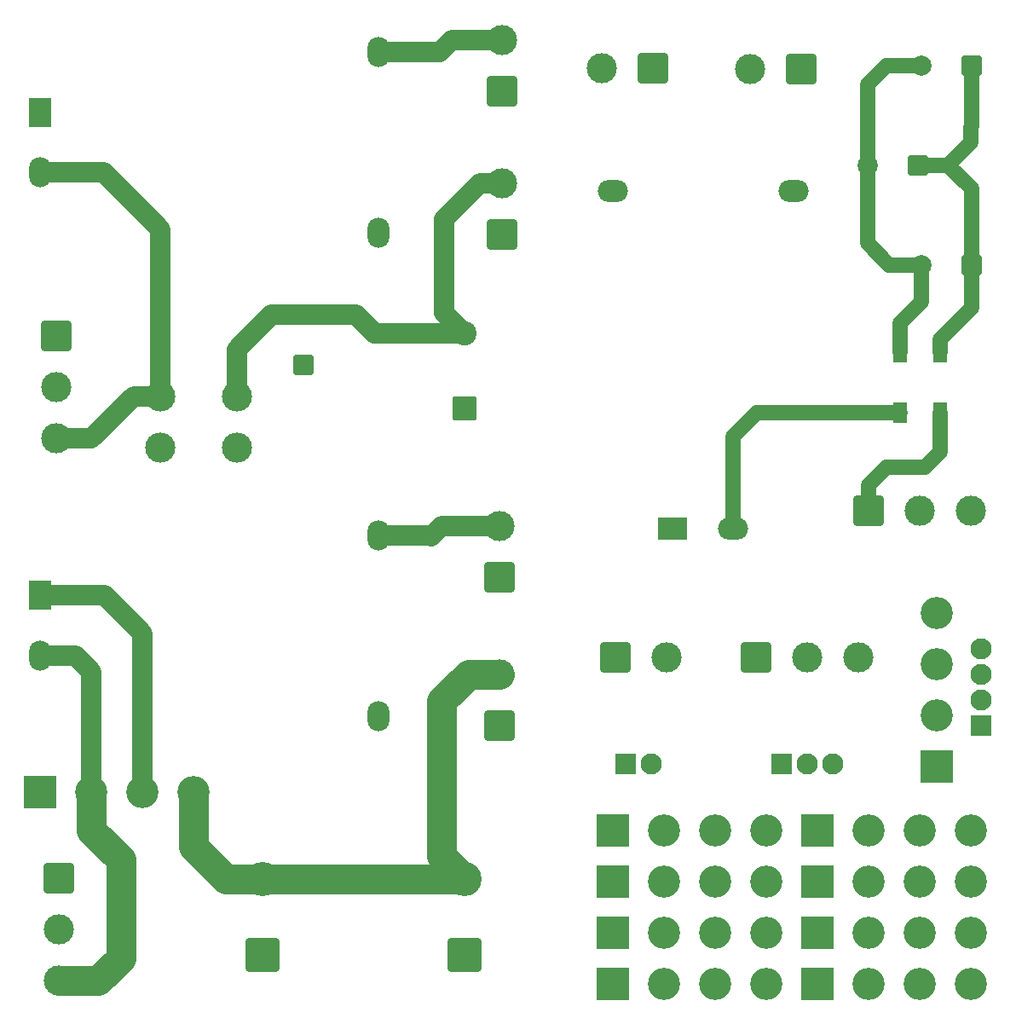
<source format=gtl>
%TF.GenerationSoftware,KiCad,Pcbnew,9.0.2*%
%TF.CreationDate,2025-06-27T09:26:43+02:00*%
%TF.ProjectId,led_driver_220v_p1,6c65645f-6472-4697-9665-725f32323076,rev?*%
%TF.SameCoordinates,Original*%
%TF.FileFunction,Copper,L1,Top*%
%TF.FilePolarity,Positive*%
%FSLAX46Y46*%
G04 Gerber Fmt 4.6, Leading zero omitted, Abs format (unit mm)*
G04 Created by KiCad (PCBNEW 9.0.2) date 2025-06-27 09:26:43*
%MOMM*%
%LPD*%
G01*
G04 APERTURE LIST*
G04 Aperture macros list*
%AMRoundRect*
0 Rectangle with rounded corners*
0 $1 Rounding radius*
0 $2 $3 $4 $5 $6 $7 $8 $9 X,Y pos of 4 corners*
0 Add a 4 corners polygon primitive as box body*
4,1,4,$2,$3,$4,$5,$6,$7,$8,$9,$2,$3,0*
0 Add four circle primitives for the rounded corners*
1,1,$1+$1,$2,$3*
1,1,$1+$1,$4,$5*
1,1,$1+$1,$6,$7*
1,1,$1+$1,$8,$9*
0 Add four rect primitives between the rounded corners*
20,1,$1+$1,$2,$3,$4,$5,0*
20,1,$1+$1,$4,$5,$6,$7,0*
20,1,$1+$1,$6,$7,$8,$9,0*
20,1,$1+$1,$8,$9,$2,$3,0*%
G04 Aperture macros list end*
%TA.AperFunction,ComponentPad*%
%ADD10R,3.200000X3.200000*%
%TD*%
%TA.AperFunction,ComponentPad*%
%ADD11C,3.200000*%
%TD*%
%TA.AperFunction,ComponentPad*%
%ADD12R,2.200000X3.000000*%
%TD*%
%TA.AperFunction,ComponentPad*%
%ADD13O,2.200000X3.000000*%
%TD*%
%TA.AperFunction,ComponentPad*%
%ADD14RoundRect,0.288462X1.211538X1.211538X-1.211538X1.211538X-1.211538X-1.211538X1.211538X-1.211538X0*%
%TD*%
%TA.AperFunction,ComponentPad*%
%ADD15C,3.000000*%
%TD*%
%TA.AperFunction,ComponentPad*%
%ADD16R,2.100000X2.100000*%
%TD*%
%TA.AperFunction,ComponentPad*%
%ADD17C,2.100000*%
%TD*%
%TA.AperFunction,ComponentPad*%
%ADD18RoundRect,0.288462X-1.211538X-1.211538X1.211538X-1.211538X1.211538X1.211538X-1.211538X1.211538X0*%
%TD*%
%TA.AperFunction,ComponentPad*%
%ADD19RoundRect,0.288462X-1.211538X1.211538X-1.211538X-1.211538X1.211538X-1.211538X1.211538X1.211538X0*%
%TD*%
%TA.AperFunction,ComponentPad*%
%ADD20RoundRect,0.250000X0.750000X0.750000X-0.750000X0.750000X-0.750000X-0.750000X0.750000X-0.750000X0*%
%TD*%
%TA.AperFunction,ComponentPad*%
%ADD21C,2.000000*%
%TD*%
%TA.AperFunction,ComponentPad*%
%ADD22RoundRect,0.250001X0.949999X-0.949999X0.949999X0.949999X-0.949999X0.949999X-0.949999X-0.949999X0*%
%TD*%
%TA.AperFunction,ComponentPad*%
%ADD23C,2.400000*%
%TD*%
%TA.AperFunction,ComponentPad*%
%ADD24RoundRect,0.354168X1.345832X-1.345832X1.345832X1.345832X-1.345832X1.345832X-1.345832X-1.345832X0*%
%TD*%
%TA.AperFunction,ComponentPad*%
%ADD25C,3.400000*%
%TD*%
%TA.AperFunction,ComponentPad*%
%ADD26RoundRect,0.288462X1.211538X-1.211538X1.211538X1.211538X-1.211538X1.211538X-1.211538X-1.211538X0*%
%TD*%
%TA.AperFunction,SMDPad,CuDef*%
%ADD27R,1.400000X2.000000*%
%TD*%
%TA.AperFunction,ComponentPad*%
%ADD28O,3.000000X3.000000*%
%TD*%
%TA.AperFunction,ComponentPad*%
%ADD29RoundRect,0.250000X0.750000X-0.750000X0.750000X0.750000X-0.750000X0.750000X-0.750000X-0.750000X0*%
%TD*%
%TA.AperFunction,ComponentPad*%
%ADD30R,3.000000X2.200000*%
%TD*%
%TA.AperFunction,ComponentPad*%
%ADD31O,3.000000X2.200000*%
%TD*%
%TA.AperFunction,Conductor*%
%ADD32C,1.500000*%
%TD*%
%TA.AperFunction,Conductor*%
%ADD33C,2.000000*%
%TD*%
%TA.AperFunction,Conductor*%
%ADD34C,3.000000*%
%TD*%
G04 APERTURE END LIST*
D10*
%TO.P,D9,1,+*%
%TO.N,unconnected-(D9-+-Pad1)*%
X131534000Y-126614000D03*
D11*
%TO.P,D9,2*%
%TO.N,unconnected-(D9-Pad2)*%
X136614000Y-126614000D03*
%TO.P,D9,3*%
%TO.N,unconnected-(D9-Pad3)*%
X141694000Y-126614000D03*
%TO.P,D9,4,-*%
%TO.N,unconnected-(D9---Pad4)*%
X146774000Y-126614000D03*
%TD*%
D12*
%TO.P,PS2,1,AC/L*%
%TO.N,/High Voltage/L2*%
X54319500Y-50245500D03*
D13*
%TO.P,PS2,2,AC/N*%
%TO.N,/High Voltage/N2*%
X54319500Y-56245500D03*
%TO.P,PS2,3,-Vout*%
%TO.N,/High Voltage/DC2-GND*%
X87919500Y-44245500D03*
%TO.P,PS2,4,+Vout*%
%TO.N,/High Voltage/DC2+5V*%
X87919500Y-62245500D03*
%TD*%
D14*
%TO.P,J11,1,Pin_1*%
%TO.N,/High Voltage/DC1+5V*%
X115182000Y-45842000D03*
D15*
%TO.P,J11,2,Pin_2*%
%TO.N,/High Voltage/DC1-GND*%
X110102000Y-45842000D03*
%TD*%
D16*
%TO.P,J20,1,Pin_1*%
%TO.N,Net-(J18-Pin_1)*%
X127978000Y-114930000D03*
D17*
%TO.P,J20,2,Pin_2*%
%TO.N,Net-(J18-Pin_2)*%
X130518000Y-114930000D03*
%TO.P,J20,3,Pin_3*%
%TO.N,Net-(J18-Pin_3)*%
X133058000Y-114930000D03*
%TD*%
D10*
%TO.P,D10,1,+*%
%TO.N,unconnected-(D10-+-Pad1)*%
X131534000Y-131694000D03*
D11*
%TO.P,D10,2*%
%TO.N,unconnected-(D10-Pad2)*%
X136614000Y-131694000D03*
%TO.P,D10,3*%
%TO.N,unconnected-(D10-Pad3)*%
X141694000Y-131694000D03*
%TO.P,D10,4,-*%
%TO.N,unconnected-(D10---Pad4)*%
X146774000Y-131694000D03*
%TD*%
D10*
%TO.P,D5,1,+*%
%TO.N,unconnected-(D5-+-Pad1)*%
X111214000Y-121534000D03*
D11*
%TO.P,D5,2*%
%TO.N,unconnected-(D5-Pad2)*%
X116294000Y-121534000D03*
%TO.P,D5,3*%
%TO.N,unconnected-(D5-Pad3)*%
X121374000Y-121534000D03*
%TO.P,D5,4,-*%
%TO.N,unconnected-(D5---Pad4)*%
X126454000Y-121534000D03*
%TD*%
D18*
%TO.P,J8,1,Pin_1*%
%TO.N,/High Voltage/L1*%
X136614000Y-89784000D03*
D15*
%TO.P,J8,2,Pin_2*%
%TO.N,/High Voltage/PE1*%
X141694000Y-89784000D03*
%TO.P,J8,3,Pin_3*%
%TO.N,/High Voltage/N1*%
X146774000Y-89784000D03*
%TD*%
D19*
%TO.P,J9,1,Pin_1*%
%TO.N,/High Voltage/L2*%
X55928500Y-72507000D03*
D15*
%TO.P,J9,2,Pin_2*%
%TO.N,/High Voltage/PE2*%
X55928500Y-77587000D03*
%TO.P,J9,3,Pin_3*%
%TO.N,/High Voltage/N2*%
X55928500Y-82667000D03*
%TD*%
D20*
%TO.P,C6,1*%
%TO.N,/High Voltage/DC1+230V*%
X146855677Y-45588000D03*
D21*
%TO.P,C6,2*%
%TO.N,/High Voltage/DC1-230V*%
X141855677Y-45588000D03*
%TD*%
D18*
%TO.P,J19,1,Pin_1*%
%TO.N,Net-(J19-Pin_1)*%
X111468000Y-104389000D03*
D15*
%TO.P,J19,2,Pin_2*%
%TO.N,Net-(J19-Pin_2)*%
X116548000Y-104389000D03*
%TD*%
D10*
%TO.P,D4,1,+*%
%TO.N,/High Voltage/DC3+230V*%
X54318000Y-117724000D03*
D11*
%TO.P,D4,2*%
%TO.N,/High Voltage/N3*%
X59398000Y-117724000D03*
%TO.P,D4,3*%
%TO.N,/High Voltage/L3*%
X64478000Y-117724000D03*
%TO.P,D4,4,-*%
%TO.N,/High Voltage/DC3-230V*%
X69558000Y-117724000D03*
%TD*%
D22*
%TO.P,C7,1*%
%TO.N,/High Voltage/DC2+230V*%
X96482000Y-79677780D03*
D23*
%TO.P,C7,2*%
%TO.N,/High Voltage/DC2-230V*%
X96482000Y-72177780D03*
%TD*%
D12*
%TO.P,PS3,1,AC/L*%
%TO.N,/High Voltage/L3*%
X54319500Y-98245500D03*
D13*
%TO.P,PS3,2,AC/N*%
%TO.N,/High Voltage/N3*%
X54319500Y-104245500D03*
%TO.P,PS3,3,-Vout*%
%TO.N,/High Voltage/DC3-GND*%
X87919500Y-92245500D03*
%TO.P,PS3,4,+Vout*%
%TO.N,/High Voltage/DC3+5V*%
X87919500Y-110245500D03*
%TD*%
D10*
%TO.P,D7,1,+*%
%TO.N,unconnected-(D7-+-Pad1)*%
X111214000Y-131694000D03*
D11*
%TO.P,D7,2*%
%TO.N,unconnected-(D7-Pad2)*%
X116294000Y-131694000D03*
%TO.P,D7,3*%
%TO.N,unconnected-(D7-Pad3)*%
X121374000Y-131694000D03*
%TO.P,D7,4,-*%
%TO.N,unconnected-(D7---Pad4)*%
X126454000Y-131694000D03*
%TD*%
D10*
%TO.P,D8,1,+*%
%TO.N,unconnected-(D8-+-Pad1)*%
X111214000Y-136774000D03*
D11*
%TO.P,D8,2*%
%TO.N,unconnected-(D8-Pad2)*%
X116294000Y-136774000D03*
%TO.P,D8,3*%
%TO.N,unconnected-(D8-Pad3)*%
X121374000Y-136774000D03*
%TO.P,D8,4,-*%
%TO.N,unconnected-(D8---Pad4)*%
X126454000Y-136774000D03*
%TD*%
D24*
%TO.P,C11,1*%
%TO.N,/High Voltage/DC3+230V*%
X76416000Y-133901780D03*
D25*
%TO.P,C11,2*%
%TO.N,/High Voltage/DC3-230V*%
X76416000Y-126401780D03*
%TD*%
D18*
%TO.P,J18,1,Pin_1*%
%TO.N,Net-(J18-Pin_1)*%
X125418000Y-104429500D03*
D15*
%TO.P,J18,2,Pin_2*%
%TO.N,Net-(J18-Pin_2)*%
X130498000Y-104429500D03*
%TO.P,J18,3,Pin_3*%
%TO.N,Net-(J18-Pin_3)*%
X135578000Y-104429500D03*
%TD*%
D26*
%TO.P,J15,1,Pin_1*%
%TO.N,/High Voltage/DC3+5V*%
X99951500Y-96393000D03*
D15*
%TO.P,J15,2,Pin_2*%
%TO.N,/High Voltage/DC3-GND*%
X99951500Y-91313000D03*
%TD*%
D27*
%TO.P,D2,1,+*%
%TO.N,/High Voltage/DC1+230V*%
X143694000Y-74109000D03*
%TO.P,D2,2,-*%
%TO.N,/High Voltage/DC1-230V*%
X139694000Y-74109000D03*
%TO.P,D2,3*%
%TO.N,/High Voltage/N1*%
X139694000Y-80059000D03*
%TO.P,D2,4*%
%TO.N,/High Voltage/L1*%
X143694000Y-80059000D03*
%TD*%
D10*
%TO.P,J1,1,Pin_1*%
%TO.N,Net-(J1-Pin_1)*%
X143345000Y-115184000D03*
D11*
%TO.P,J1,2,Pin_2*%
%TO.N,Net-(J1-Pin_2)*%
X143345000Y-110104000D03*
%TO.P,J1,3,Pin_3*%
%TO.N,Net-(J1-Pin_3)*%
X143345000Y-105024000D03*
%TO.P,J1,4,Pin_4*%
%TO.N,Net-(J1-Pin_4)*%
X143345000Y-99944000D03*
%TD*%
D10*
%TO.P,D11,1,+*%
%TO.N,unconnected-(D11-+-Pad1)*%
X131534000Y-136774000D03*
D11*
%TO.P,D11,2*%
%TO.N,unconnected-(D11-Pad2)*%
X136614000Y-136774000D03*
%TO.P,D11,3*%
%TO.N,unconnected-(D11-Pad3)*%
X141694000Y-136774000D03*
%TO.P,D11,4,-*%
%TO.N,unconnected-(D11---Pad4)*%
X146774000Y-136774000D03*
%TD*%
D24*
%TO.P,C8,1*%
%TO.N,/High Voltage/DC3+230V*%
X96482000Y-133901780D03*
D25*
%TO.P,C8,2*%
%TO.N,/High Voltage/DC3-230V*%
X96482000Y-126401780D03*
%TD*%
D14*
%TO.P,J12,1,Pin_1*%
%TO.N,/High Voltage/DC1+230V*%
X129919000Y-45928500D03*
D15*
%TO.P,J12,2,Pin_2*%
%TO.N,/High Voltage/DC1-230V*%
X124839000Y-45928500D03*
%TD*%
D26*
%TO.P,J16,1,Pin_1*%
%TO.N,/High Voltage/DC3+230V*%
X99951500Y-111125000D03*
D15*
%TO.P,J16,2,Pin_2*%
%TO.N,/High Voltage/DC3-230V*%
X99951500Y-106045000D03*
%TD*%
D26*
%TO.P,J13,1,Pin_1*%
%TO.N,/High Voltage/DC2+5V*%
X100205500Y-48133000D03*
D15*
%TO.P,J13,2,Pin_2*%
%TO.N,/High Voltage/DC2-GND*%
X100205500Y-43053000D03*
%TD*%
D10*
%TO.P,D1,1,+*%
%TO.N,unconnected-(D1-+-Pad1)*%
X131534000Y-121534000D03*
D11*
%TO.P,D1,2*%
%TO.N,unconnected-(D1-Pad2)*%
X136614000Y-121534000D03*
%TO.P,D1,3*%
%TO.N,unconnected-(D1-Pad3)*%
X141694000Y-121534000D03*
%TO.P,D1,4,-*%
%TO.N,unconnected-(D1---Pad4)*%
X146774000Y-121534000D03*
%TD*%
D20*
%TO.P,C12,1*%
%TO.N,/High Voltage/DC1+230V*%
X146855677Y-65400000D03*
D21*
%TO.P,C12,2*%
%TO.N,/High Voltage/DC1-230V*%
X141855677Y-65400000D03*
%TD*%
D16*
%TO.P,J21,1,Pin_1*%
%TO.N,Net-(J19-Pin_1)*%
X112460000Y-114930000D03*
D17*
%TO.P,J21,2,Pin_2*%
%TO.N,Net-(J19-Pin_2)*%
X115000000Y-114930000D03*
%TD*%
D28*
%TO.P,D3,1,+*%
%TO.N,/High Voltage/DC2+230V*%
X73876000Y-83548000D03*
%TO.P,D3,2,-*%
%TO.N,/High Voltage/DC2-230V*%
X73876000Y-78468000D03*
%TO.P,D3,3*%
%TO.N,/High Voltage/N2*%
X66256000Y-78468000D03*
%TO.P,D3,4*%
%TO.N,/High Voltage/L2*%
X66256000Y-83548000D03*
%TD*%
D29*
%TO.P,C10,1*%
%TO.N,/High Voltage/DC2+230V*%
X80480000Y-75387677D03*
D21*
%TO.P,C10,2*%
%TO.N,/High Voltage/DC2-230V*%
X80480000Y-70387677D03*
%TD*%
D19*
%TO.P,J10,1,Pin_1*%
%TO.N,/High Voltage/L3*%
X56182500Y-126355000D03*
D15*
%TO.P,J10,2,Pin_2*%
%TO.N,/High Voltage/PE3*%
X56182500Y-131435000D03*
%TO.P,J10,3,Pin_3*%
%TO.N,/High Voltage/N3*%
X56182500Y-136515000D03*
%TD*%
D26*
%TO.P,J14,1,Pin_1*%
%TO.N,/High Voltage/DC2+230V*%
X100205500Y-62352000D03*
D15*
%TO.P,J14,2,Pin_2*%
%TO.N,/High Voltage/DC2-230V*%
X100205500Y-57272000D03*
%TD*%
D16*
%TO.P,J2,1,Pin_1*%
%TO.N,Net-(J1-Pin_1)*%
X147790000Y-111120000D03*
D17*
%TO.P,J2,2,Pin_2*%
%TO.N,Net-(J1-Pin_2)*%
X147790000Y-108580000D03*
%TO.P,J2,3,Pin_3*%
%TO.N,Net-(J1-Pin_3)*%
X147790000Y-106040000D03*
%TO.P,J2,4,Pin_4*%
%TO.N,Net-(J1-Pin_4)*%
X147790000Y-103500000D03*
%TD*%
D20*
%TO.P,C9,1*%
%TO.N,/High Voltage/DC1+230V*%
X141521677Y-55494000D03*
D21*
%TO.P,C9,2*%
%TO.N,/High Voltage/DC1-230V*%
X136521677Y-55494000D03*
%TD*%
D30*
%TO.P,PS1,1,AC/L*%
%TO.N,/High Voltage/L1*%
X117152000Y-91634000D03*
D31*
%TO.P,PS1,2,AC/N*%
%TO.N,/High Voltage/N1*%
X123152000Y-91634000D03*
%TO.P,PS1,3,-Vout*%
%TO.N,/High Voltage/DC1-GND*%
X111152000Y-58034000D03*
%TO.P,PS1,4,+Vout*%
%TO.N,/High Voltage/DC1+5V*%
X129152000Y-58034000D03*
%TD*%
D10*
%TO.P,D6,1,+*%
%TO.N,unconnected-(D6-+-Pad1)*%
X111214000Y-126614000D03*
D11*
%TO.P,D6,2*%
%TO.N,unconnected-(D6-Pad2)*%
X116294000Y-126614000D03*
%TO.P,D6,3*%
%TO.N,unconnected-(D6-Pad3)*%
X121374000Y-126614000D03*
%TO.P,D6,4,-*%
%TO.N,unconnected-(D6---Pad4)*%
X126454000Y-126614000D03*
%TD*%
D32*
%TO.N,/High Voltage/DC1+230V*%
X146774000Y-51684000D02*
X146855677Y-51602323D01*
X146774000Y-53208000D02*
X146774000Y-51684000D01*
X146855677Y-51602323D02*
X146855677Y-45588000D01*
X144488000Y-55494000D02*
X146774000Y-53208000D01*
X143694000Y-72798000D02*
X146855677Y-69636323D01*
X143694000Y-74109000D02*
X143694000Y-72798000D01*
X146855677Y-65400000D02*
X146855677Y-57861677D01*
X146855677Y-69636323D02*
X146855677Y-65400000D01*
X146855677Y-57861677D02*
X144488000Y-55494000D01*
X141521677Y-55494000D02*
X144488000Y-55494000D01*
%TO.N,/High Voltage/DC1-230V*%
X136521677Y-63275677D02*
X138646000Y-65400000D01*
X136521677Y-55494000D02*
X136521677Y-47458323D01*
X138392000Y-45588000D02*
X141855677Y-45588000D01*
X139694000Y-74109000D02*
X139694000Y-71210000D01*
X136521677Y-55494000D02*
X136521677Y-63275677D01*
X141855677Y-69048323D02*
X141855677Y-65400000D01*
X139694000Y-71210000D02*
X141855677Y-69048323D01*
X136521677Y-47458323D02*
X138392000Y-45588000D01*
X138646000Y-65400000D02*
X141855677Y-65400000D01*
D33*
%TO.N,/High Voltage/DC2-230V*%
X77270323Y-70387677D02*
X80480000Y-70387677D01*
X98006000Y-57272000D02*
X94450000Y-60828000D01*
X73876000Y-73782000D02*
X77270323Y-70387677D01*
X100205500Y-57272000D02*
X98006000Y-57272000D01*
X73876000Y-78468000D02*
X73876000Y-73782000D01*
X94450000Y-70145780D02*
X96482000Y-72177780D01*
X85721677Y-70387677D02*
X87511780Y-72177780D01*
X94450000Y-60828000D02*
X94450000Y-70145780D01*
X80480000Y-70387677D02*
X85721677Y-70387677D01*
X87511780Y-72177780D02*
X96482000Y-72177780D01*
D34*
%TO.N,/High Voltage/DC3-230V*%
X72774780Y-126401780D02*
X76416000Y-126401780D01*
X76416000Y-126401780D02*
X96482000Y-126401780D01*
X96858000Y-106045000D02*
X94196000Y-108707000D01*
X94196000Y-108707000D02*
X94196000Y-124115780D01*
X69558000Y-117724000D02*
X69558000Y-123185000D01*
X99951500Y-106045000D02*
X96858000Y-106045000D01*
X69558000Y-123185000D02*
X72774780Y-126401780D01*
X94196000Y-124115780D02*
X96482000Y-126401780D01*
D32*
%TO.N,/High Voltage/N1*%
X125511000Y-80059000D02*
X139694000Y-80059000D01*
X123152000Y-84704000D02*
X123152000Y-82418000D01*
X123152000Y-91634000D02*
X123152000Y-84704000D01*
X123152000Y-82418000D02*
X125511000Y-80059000D01*
%TO.N,/High Voltage/L1*%
X136614000Y-89784000D02*
X136614000Y-87244000D01*
X136614000Y-87244000D02*
X138392000Y-85466000D01*
X143694000Y-83910000D02*
X143694000Y-80059000D01*
X142202000Y-85466000D02*
X143726000Y-83942000D01*
X138392000Y-85466000D02*
X142202000Y-85466000D01*
X143726000Y-83942000D02*
X143694000Y-83910000D01*
D33*
%TO.N,/High Voltage/N2*%
X54319500Y-56245500D02*
X60657500Y-56245500D01*
X66256000Y-61844000D02*
X66256000Y-78468000D01*
X63602000Y-78468000D02*
X66256000Y-78468000D01*
X60657500Y-56245500D02*
X66256000Y-61844000D01*
X59403000Y-82667000D02*
X63602000Y-78468000D01*
X55928500Y-82667000D02*
X59403000Y-82667000D01*
%TO.N,/High Voltage/L3*%
X60747500Y-98245500D02*
X64478000Y-101976000D01*
X54319500Y-98245500D02*
X60747500Y-98245500D01*
X64478000Y-101976000D02*
X64478000Y-117724000D01*
D34*
%TO.N,/High Voltage/N3*%
X59398000Y-121534000D02*
X59398000Y-117724000D01*
X62319000Y-124455000D02*
X59398000Y-121534000D01*
X62319000Y-134234000D02*
X62319000Y-124455000D01*
X56182500Y-136515000D02*
X60038000Y-136515000D01*
D33*
X59398000Y-105786000D02*
X57857500Y-104245500D01*
X57857500Y-104245500D02*
X54319500Y-104245500D01*
X59398000Y-117724000D02*
X59398000Y-105786000D01*
D34*
X60038000Y-136515000D02*
X62319000Y-134234000D01*
D33*
%TO.N,/High Voltage/DC2-GND*%
X95212000Y-43048000D02*
X95217000Y-43053000D01*
X95217000Y-43053000D02*
X100205500Y-43053000D01*
X94014500Y-44245500D02*
X95212000Y-43048000D01*
X87919500Y-44245500D02*
X94014500Y-44245500D01*
%TO.N,/High Voltage/DC3-GND*%
X93101500Y-92245500D02*
X87919500Y-92245500D01*
X93180000Y-92324000D02*
X93101500Y-92245500D01*
X94191000Y-91313000D02*
X93180000Y-92324000D01*
X99951500Y-91313000D02*
X94191000Y-91313000D01*
%TD*%
M02*

</source>
